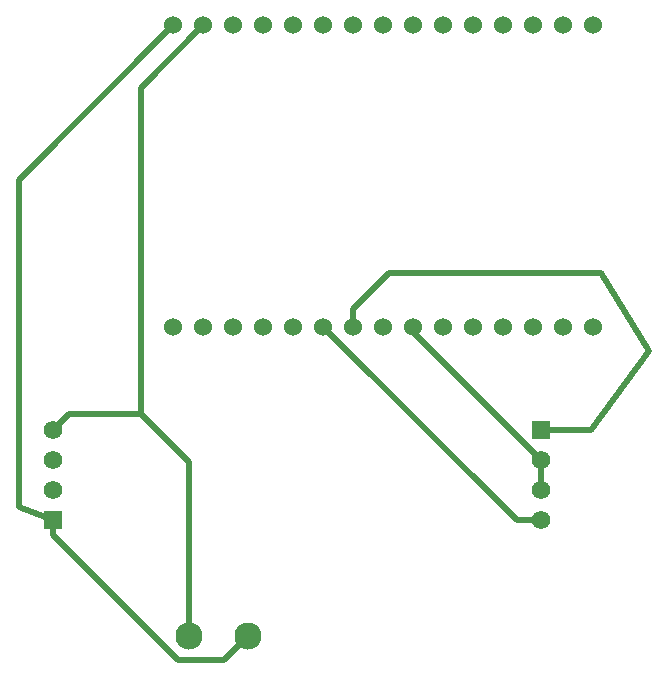
<source format=gbl>
G04 Layer: BottomLayer*
G04 EasyEDA v6.5.51, 2025-10-20 22:37:19*
G04 00cfa3d97b714e56bb817cb7b1a422d8,12abd119770744df9ef097ef44d34389,10*
G04 Gerber Generator version 0.2*
G04 Scale: 100 percent, Rotated: No, Reflected: No *
G04 Dimensions in millimeters *
G04 leading zeros omitted , absolute positions ,4 integer and 5 decimal *
%FSLAX45Y45*%
%MOMM*%

%ADD10C,0.5000*%
%ADD11C,2.3000*%
%ADD12R,1.5748X1.5748*%
%ADD13C,1.5748*%
%ADD14C,1.5240*%
%ADD15C,0.0154*%

%LPD*%
D10*
X1841500Y-749300D02*
G01*
X1312849Y-1277950D01*
X1312849Y-4038117D01*
X571500Y-4935499D02*
G01*
X571500Y-5064302D01*
X4701489Y-4681499D02*
G01*
X4701489Y-4427499D01*
X3619500Y-3299307D02*
G01*
X3619500Y-3345510D01*
X4701489Y-4427499D01*
X2857500Y-3299307D02*
G01*
X4493691Y-4935499D01*
X4701489Y-4935499D01*
X1587500Y-749300D02*
G01*
X279400Y-2057400D01*
X279400Y-4579112D01*
X279400Y-4826000D01*
X571500Y-4935491D01*
X3111500Y-3299307D02*
G01*
X3111500Y-3149600D01*
X3416300Y-2844800D01*
X5207000Y-2844800D01*
X5613400Y-3505200D01*
X5122900Y-4173499D01*
X4701489Y-4173499D01*
X1312849Y-4038117D02*
G01*
X1718055Y-4443321D01*
X1718055Y-5918200D01*
X571500Y-4173499D02*
G01*
X706881Y-4038117D01*
X1312849Y-4038117D01*
X571500Y-5064252D02*
G01*
X1628647Y-6121400D01*
X2015743Y-6121400D01*
X2218943Y-5918200D01*
D11*
G01*
X1718055Y-5918200D03*
G01*
X2218943Y-5918200D03*
D12*
G01*
X4701489Y-4173499D03*
D13*
G01*
X4701489Y-4427499D03*
G01*
X4701489Y-4681499D03*
G01*
X4701489Y-4935499D03*
D12*
G01*
X571500Y-4935499D03*
D13*
G01*
X571500Y-4681499D03*
G01*
X571500Y-4427499D03*
G01*
X571500Y-4173499D03*
D14*
G01*
X5143500Y-749300D03*
G01*
X4889500Y-749300D03*
G01*
X4635500Y-749300D03*
G01*
X4381500Y-749300D03*
G01*
X4127500Y-749300D03*
G01*
X3873500Y-749300D03*
G01*
X3619500Y-749300D03*
G01*
X3365500Y-749300D03*
G01*
X3111500Y-749300D03*
G01*
X2857500Y-749300D03*
G01*
X2603500Y-749300D03*
G01*
X2349500Y-749300D03*
G01*
X2095500Y-749300D03*
G01*
X1841500Y-749300D03*
G01*
X1587500Y-749300D03*
G01*
X1587500Y-3299307D03*
G01*
X1841500Y-3299307D03*
G01*
X2095500Y-3299307D03*
G01*
X2349500Y-3299307D03*
G01*
X2603500Y-3299307D03*
G01*
X2857500Y-3299307D03*
G01*
X3111500Y-3299307D03*
G01*
X3365500Y-3299307D03*
G01*
X3619500Y-3299307D03*
G01*
X3873500Y-3299307D03*
G01*
X4127500Y-3299307D03*
G01*
X4381500Y-3299307D03*
G01*
X4635500Y-3299307D03*
G01*
X5143500Y-3299307D03*
G01*
X4889500Y-3299307D03*
M02*

</source>
